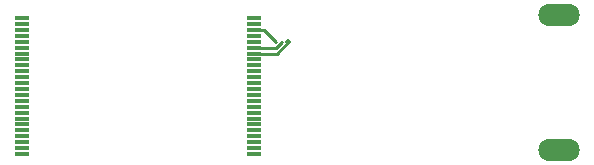
<source format=gbr>
%TF.GenerationSoftware,KiCad,Pcbnew,(6.0.5)*%
%TF.CreationDate,2023-05-24T20:51:29+03:00*%
%TF.ProjectId,USB_MASS_STORAGE_DEVICE,5553425f-4d41-4535-935f-53544f524147,rev?*%
%TF.SameCoordinates,Original*%
%TF.FileFunction,Copper,L2,Bot*%
%TF.FilePolarity,Positive*%
%FSLAX46Y46*%
G04 Gerber Fmt 4.6, Leading zero omitted, Abs format (unit mm)*
G04 Created by KiCad (PCBNEW (6.0.5)) date 2023-05-24 20:51:29*
%MOMM*%
%LPD*%
G01*
G04 APERTURE LIST*
%TA.AperFunction,SMDPad,CuDef*%
%ADD10R,1.275000X0.300000*%
%TD*%
%TA.AperFunction,ComponentPad*%
%ADD11O,3.500000X1.900000*%
%TD*%
%TA.AperFunction,ViaPad*%
%ADD12C,0.500000*%
%TD*%
%TA.AperFunction,ViaPad*%
%ADD13C,0.250000*%
%TD*%
%TA.AperFunction,ViaPad*%
%ADD14C,0.300000*%
%TD*%
%TA.AperFunction,Conductor*%
%ADD15C,0.250000*%
%TD*%
G04 APERTURE END LIST*
D10*
%TO.P,K9GAG08U0E,1*%
%TO.N,N/C*%
X118562000Y-101875000D03*
%TO.P,K9GAG08U0E,2*%
X118562000Y-101375000D03*
%TO.P,K9GAG08U0E,3*%
X118562000Y-100875000D03*
%TO.P,K9GAG08U0E,4*%
X118562000Y-100375000D03*
%TO.P,K9GAG08U0E,5*%
X118562000Y-99875000D03*
%TO.P,K9GAG08U0E,6*%
X118562000Y-99375000D03*
%TO.P,K9GAG08U0E,7*%
X118562000Y-98875000D03*
%TO.P,K9GAG08U0E,8*%
X118562000Y-98375000D03*
%TO.P,K9GAG08U0E,9*%
X118562000Y-97875000D03*
%TO.P,K9GAG08U0E,10*%
X118562000Y-97375000D03*
%TO.P,K9GAG08U0E,11*%
X118562000Y-96875000D03*
%TO.P,K9GAG08U0E,12*%
X118562000Y-96375000D03*
%TO.P,K9GAG08U0E,13*%
X118562000Y-95875000D03*
%TO.P,K9GAG08U0E,14*%
X118562000Y-95375000D03*
%TO.P,K9GAG08U0E,15*%
X118562000Y-94875000D03*
%TO.P,K9GAG08U0E,16*%
X118562000Y-94375000D03*
%TO.P,K9GAG08U0E,17*%
X118562000Y-93875000D03*
%TO.P,K9GAG08U0E,18*%
X118562000Y-93375000D03*
%TO.P,K9GAG08U0E,19*%
X118562000Y-92875000D03*
%TO.P,K9GAG08U0E,20*%
X118562000Y-92375000D03*
%TO.P,K9GAG08U0E,21*%
X118562000Y-91875000D03*
%TO.P,K9GAG08U0E,22*%
X118562000Y-91375000D03*
%TO.P,K9GAG08U0E,23*%
X118562000Y-90875000D03*
%TO.P,K9GAG08U0E,24*%
X118562000Y-90375000D03*
%TO.P,K9GAG08U0E,25*%
X138238000Y-90375000D03*
%TO.P,K9GAG08U0E,26*%
X138238000Y-90875000D03*
%TO.P,K9GAG08U0E,27*%
X138238000Y-91375000D03*
%TO.P,K9GAG08U0E,28*%
X138238000Y-91875000D03*
%TO.P,K9GAG08U0E,29*%
X138238000Y-92375000D03*
%TO.P,K9GAG08U0E,30*%
X138238000Y-92875000D03*
%TO.P,K9GAG08U0E,31*%
X138238000Y-93375000D03*
%TO.P,K9GAG08U0E,32*%
X138238000Y-93875000D03*
%TO.P,K9GAG08U0E,33*%
X138238000Y-94375000D03*
%TO.P,K9GAG08U0E,34*%
X138238000Y-94875000D03*
%TO.P,K9GAG08U0E,35*%
X138238000Y-95375000D03*
%TO.P,K9GAG08U0E,36*%
X138238000Y-95875000D03*
%TO.P,K9GAG08U0E,37*%
X138238000Y-96375000D03*
%TO.P,K9GAG08U0E,38*%
X138238000Y-96875000D03*
%TO.P,K9GAG08U0E,39*%
X138238000Y-97375000D03*
%TO.P,K9GAG08U0E,40*%
X138238000Y-97875000D03*
%TO.P,K9GAG08U0E,41*%
X138238000Y-98375000D03*
%TO.P,K9GAG08U0E,42*%
X138238000Y-98875000D03*
%TO.P,K9GAG08U0E,43*%
X138238000Y-99375000D03*
%TO.P,K9GAG08U0E,44*%
X138238000Y-99875000D03*
%TO.P,K9GAG08U0E,45*%
X138238000Y-100375000D03*
%TO.P,K9GAG08U0E,46*%
X138238000Y-100875000D03*
%TO.P,K9GAG08U0E,47*%
X138238000Y-101375000D03*
%TO.P,K9GAG08U0E,48*%
X138238000Y-101875000D03*
%TD*%
D11*
%TO.P,REF\u002A\u002A,5*%
%TO.N,N/C*%
X164050000Y-101525000D03*
X164050000Y-90125000D03*
%TD*%
D12*
%TO.N,*%
X141150000Y-92375000D03*
D13*
X140075000Y-92375000D03*
D14*
X140575000Y-92375000D03*
%TD*%
D15*
%TO.N,*%
X140150000Y-93375000D02*
X138238000Y-93375000D01*
X141150000Y-92375000D02*
X140150000Y-93375000D01*
X140075000Y-92875000D02*
X138238000Y-92875000D01*
X140575000Y-92375000D02*
X140075000Y-92875000D01*
X139075000Y-91375000D02*
X138238000Y-91375000D01*
X140075000Y-92375000D02*
X139075000Y-91375000D01*
%TD*%
M02*

</source>
